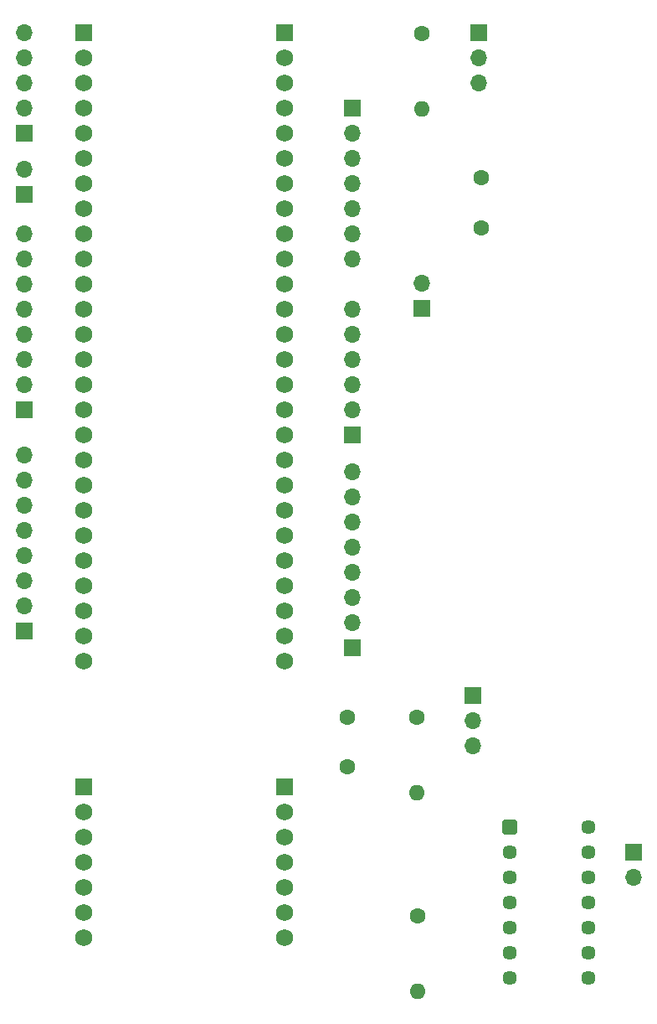
<source format=gbr>
%TF.GenerationSoftware,KiCad,Pcbnew,8.0.6*%
%TF.CreationDate,2025-04-20T20:46:24+08:00*%
%TF.ProjectId,external_chamber,65787465-726e-4616-9c5f-6368616d6265,rev?*%
%TF.SameCoordinates,Original*%
%TF.FileFunction,Soldermask,Top*%
%TF.FilePolarity,Negative*%
%FSLAX46Y46*%
G04 Gerber Fmt 4.6, Leading zero omitted, Abs format (unit mm)*
G04 Created by KiCad (PCBNEW 8.0.6) date 2025-04-20 20:46:24*
%MOMM*%
%LPD*%
G01*
G04 APERTURE LIST*
G04 Aperture macros list*
%AMRoundRect*
0 Rectangle with rounded corners*
0 $1 Rounding radius*
0 $2 $3 $4 $5 $6 $7 $8 $9 X,Y pos of 4 corners*
0 Add a 4 corners polygon primitive as box body*
4,1,4,$2,$3,$4,$5,$6,$7,$8,$9,$2,$3,0*
0 Add four circle primitives for the rounded corners*
1,1,$1+$1,$2,$3*
1,1,$1+$1,$4,$5*
1,1,$1+$1,$6,$7*
1,1,$1+$1,$8,$9*
0 Add four rect primitives between the rounded corners*
20,1,$1+$1,$2,$3,$4,$5,0*
20,1,$1+$1,$4,$5,$6,$7,0*
20,1,$1+$1,$6,$7,$8,$9,0*
20,1,$1+$1,$8,$9,$2,$3,0*%
G04 Aperture macros list end*
%ADD10R,1.700000X1.700000*%
%ADD11O,1.700000X1.700000*%
%ADD12C,1.600000*%
%ADD13RoundRect,0.102000X-0.624000X-0.624000X0.624000X-0.624000X0.624000X0.624000X-0.624000X0.624000X0*%
%ADD14C,1.452000*%
%ADD15O,1.600000X1.600000*%
%ADD16RoundRect,0.102000X0.765000X-0.765000X0.765000X0.765000X-0.765000X0.765000X-0.765000X-0.765000X0*%
%ADD17C,1.734000*%
G04 APERTURE END LIST*
D10*
%TO.C,J7*%
X85000000Y-92780000D03*
D11*
X85000000Y-90240000D03*
X85000000Y-87700000D03*
X85000000Y-85160000D03*
X85000000Y-82620000D03*
X85000000Y-80080000D03*
X85000000Y-77540000D03*
X85000000Y-75000000D03*
%TD*%
D10*
%TO.C,J11*%
X130400000Y-121720000D03*
D11*
X130400000Y-124260000D03*
X130400000Y-126800000D03*
%TD*%
D10*
%TO.C,J10*%
X131000000Y-54720000D03*
D11*
X131000000Y-57260000D03*
X131000000Y-59800000D03*
%TD*%
D12*
%TO.C,C2*%
X131200000Y-69400000D03*
X131200000Y-74400000D03*
%TD*%
D10*
%TO.C,J6*%
X118200000Y-116900000D03*
D11*
X118200000Y-114360000D03*
X118200000Y-111820000D03*
X118200000Y-109280000D03*
X118200000Y-106740000D03*
X118200000Y-104200000D03*
X118200000Y-101660000D03*
X118200000Y-99120000D03*
%TD*%
D10*
%TO.C,J2*%
X118200000Y-62300000D03*
D11*
X118200000Y-64840000D03*
X118200000Y-67380000D03*
X118200000Y-69920000D03*
X118200000Y-72460000D03*
X118200000Y-75000000D03*
X118200000Y-77540000D03*
%TD*%
D10*
%TO.C,J1*%
X125200000Y-82600000D03*
D11*
X125200000Y-80060000D03*
%TD*%
D13*
%TO.C,U2*%
X134092500Y-134980000D03*
D14*
X134092500Y-137520000D03*
X134092500Y-140060000D03*
X134092500Y-142600000D03*
X134092500Y-145140000D03*
X134092500Y-147680000D03*
X134092500Y-150220000D03*
X142032500Y-150220000D03*
X142032500Y-147680000D03*
X142032500Y-145140000D03*
X142032500Y-142600000D03*
X142032500Y-140060000D03*
X142032500Y-137520000D03*
X142032500Y-134980000D03*
%TD*%
D12*
%TO.C,R3*%
X124800000Y-143990000D03*
D15*
X124800000Y-151610000D03*
%TD*%
D12*
%TO.C,R1*%
X125200000Y-54780000D03*
D15*
X125200000Y-62400000D03*
%TD*%
D10*
%TO.C,J9*%
X146625000Y-137550000D03*
D11*
X146625000Y-140090000D03*
%TD*%
D10*
%TO.C,J4*%
X85000000Y-64880000D03*
D11*
X85000000Y-62340000D03*
X85000000Y-59800000D03*
X85000000Y-57260000D03*
X85000000Y-54720000D03*
%TD*%
D10*
%TO.C,J5*%
X84975000Y-71050000D03*
D11*
X84975000Y-68510000D03*
%TD*%
D10*
%TO.C,J3*%
X85000000Y-115160000D03*
D11*
X85000000Y-112620000D03*
X85000000Y-110080000D03*
X85000000Y-107540000D03*
X85000000Y-105000000D03*
X85000000Y-102460000D03*
X85000000Y-99920000D03*
X85000000Y-97380000D03*
%TD*%
D12*
%TO.C,C1*%
X117692500Y-123860000D03*
X117692500Y-128860000D03*
%TD*%
%TO.C,R2*%
X124692500Y-123850000D03*
D15*
X124692500Y-131470000D03*
%TD*%
D16*
%TO.C,U1*%
X91000000Y-54750000D03*
D17*
X91000000Y-57290000D03*
X91000000Y-59830000D03*
X91000000Y-62370000D03*
X91000000Y-64910000D03*
X91000000Y-67450000D03*
X91000000Y-69990000D03*
X91000000Y-72530000D03*
X91000000Y-75070000D03*
X91000000Y-77610000D03*
X91000000Y-80150000D03*
X91000000Y-82690000D03*
X91000000Y-85230000D03*
X91000000Y-87770000D03*
X91000000Y-90310000D03*
X91000000Y-92850000D03*
X91000000Y-95390000D03*
X91000000Y-97930000D03*
X91000000Y-100470000D03*
X91000000Y-103010000D03*
X91000000Y-105550000D03*
X91000000Y-108090000D03*
X91000000Y-110630000D03*
X91000000Y-113170000D03*
X91000000Y-115710000D03*
X91000000Y-118250000D03*
D16*
X111320000Y-54750000D03*
D17*
X111320000Y-57290000D03*
X111320000Y-59830000D03*
X111320000Y-62370000D03*
X111320000Y-64910000D03*
X111320000Y-67450000D03*
X111320000Y-69990000D03*
X111320000Y-72530000D03*
X111320000Y-75070000D03*
X111320000Y-77610000D03*
X111320000Y-80150000D03*
X111320000Y-82690000D03*
X111320000Y-85230000D03*
X111320000Y-87770000D03*
X111320000Y-90310000D03*
X111320000Y-92850000D03*
X111320000Y-95390000D03*
X111320000Y-97930000D03*
X111320000Y-100470000D03*
X111320000Y-103010000D03*
X111320000Y-105550000D03*
X111320000Y-108090000D03*
X111320000Y-110630000D03*
X111320000Y-113170000D03*
X111320000Y-115710000D03*
X111320000Y-118250000D03*
D16*
X111320000Y-130950000D03*
D17*
X111320000Y-133490000D03*
X111320000Y-136030000D03*
X111320000Y-138570000D03*
X111320000Y-141110000D03*
X111320000Y-143650000D03*
X111320000Y-146190000D03*
D16*
X91000000Y-130950000D03*
D17*
X91000000Y-133490000D03*
X91000000Y-136030000D03*
X91000000Y-138570000D03*
X91000000Y-141110000D03*
X91000000Y-143650000D03*
X91000000Y-146190000D03*
%TD*%
D10*
%TO.C,J8*%
X118200000Y-95360000D03*
D11*
X118200000Y-92820000D03*
X118200000Y-90280000D03*
X118200000Y-87740000D03*
X118200000Y-85200000D03*
X118200000Y-82660000D03*
%TD*%
M02*

</source>
